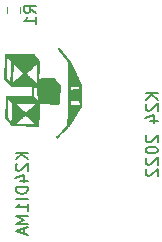
<source format=gbr>
%TF.GenerationSoftware,KiCad,Pcbnew,(5.1.10)-1*%
%TF.CreationDate,2023-09-26T12:08:48+02:00*%
%TF.ProjectId,arm_20-6pin_K24DI1MA,61726d5f-3230-42d3-9670-696e5f4b3234,rev?*%
%TF.SameCoordinates,Original*%
%TF.FileFunction,Legend,Bot*%
%TF.FilePolarity,Positive*%
%FSLAX46Y46*%
G04 Gerber Fmt 4.6, Leading zero omitted, Abs format (unit mm)*
G04 Created by KiCad (PCBNEW (5.1.10)-1) date 2023-09-26 12:08:48*
%MOMM*%
%LPD*%
G01*
G04 APERTURE LIST*
%ADD10C,0.150000*%
%ADD11C,0.010000*%
%ADD12C,0.120000*%
G04 APERTURE END LIST*
D10*
X158952380Y-69500000D02*
X157952380Y-69500000D01*
X158952380Y-70071428D02*
X158380952Y-69642857D01*
X157952380Y-70071428D02*
X158523809Y-69500000D01*
X158047619Y-70452380D02*
X158000000Y-70500000D01*
X157952380Y-70595238D01*
X157952380Y-70833333D01*
X158000000Y-70928571D01*
X158047619Y-70976190D01*
X158142857Y-71023809D01*
X158238095Y-71023809D01*
X158380952Y-70976190D01*
X158952380Y-70404761D01*
X158952380Y-71023809D01*
X158285714Y-71880952D02*
X158952380Y-71880952D01*
X157904761Y-71642857D02*
X158619047Y-71404761D01*
X158619047Y-72023809D01*
X158047619Y-73119047D02*
X158000000Y-73166666D01*
X157952380Y-73261904D01*
X157952380Y-73500000D01*
X158000000Y-73595238D01*
X158047619Y-73642857D01*
X158142857Y-73690476D01*
X158238095Y-73690476D01*
X158380952Y-73642857D01*
X158952380Y-73071428D01*
X158952380Y-73690476D01*
X157952380Y-74309523D02*
X157952380Y-74404761D01*
X158000000Y-74500000D01*
X158047619Y-74547619D01*
X158142857Y-74595238D01*
X158333333Y-74642857D01*
X158571428Y-74642857D01*
X158761904Y-74595238D01*
X158857142Y-74547619D01*
X158904761Y-74500000D01*
X158952380Y-74404761D01*
X158952380Y-74309523D01*
X158904761Y-74214285D01*
X158857142Y-74166666D01*
X158761904Y-74119047D01*
X158571428Y-74071428D01*
X158333333Y-74071428D01*
X158142857Y-74119047D01*
X158047619Y-74166666D01*
X158000000Y-74214285D01*
X157952380Y-74309523D01*
X158047619Y-75023809D02*
X158000000Y-75071428D01*
X157952380Y-75166666D01*
X157952380Y-75404761D01*
X158000000Y-75500000D01*
X158047619Y-75547619D01*
X158142857Y-75595238D01*
X158238095Y-75595238D01*
X158380952Y-75547619D01*
X158952380Y-74976190D01*
X158952380Y-75595238D01*
X158047619Y-75976190D02*
X158000000Y-76023809D01*
X157952380Y-76119047D01*
X157952380Y-76357142D01*
X158000000Y-76452380D01*
X158047619Y-76500000D01*
X158142857Y-76547619D01*
X158238095Y-76547619D01*
X158380952Y-76500000D01*
X158952380Y-75928571D01*
X158952380Y-76547619D01*
X147952380Y-74571428D02*
X146952380Y-74571428D01*
X147952380Y-75142857D02*
X147380952Y-74714285D01*
X146952380Y-75142857D02*
X147523809Y-74571428D01*
X147047619Y-75523809D02*
X147000000Y-75571428D01*
X146952380Y-75666666D01*
X146952380Y-75904761D01*
X147000000Y-76000000D01*
X147047619Y-76047619D01*
X147142857Y-76095238D01*
X147238095Y-76095238D01*
X147380952Y-76047619D01*
X147952380Y-75476190D01*
X147952380Y-76095238D01*
X147285714Y-76952380D02*
X147952380Y-76952380D01*
X146904761Y-76714285D02*
X147619047Y-76476190D01*
X147619047Y-77095238D01*
X147952380Y-77476190D02*
X146952380Y-77476190D01*
X146952380Y-77714285D01*
X147000000Y-77857142D01*
X147095238Y-77952380D01*
X147190476Y-78000000D01*
X147380952Y-78047619D01*
X147523809Y-78047619D01*
X147714285Y-78000000D01*
X147809523Y-77952380D01*
X147904761Y-77857142D01*
X147952380Y-77714285D01*
X147952380Y-77476190D01*
X147952380Y-78476190D02*
X146952380Y-78476190D01*
X147952380Y-79476190D02*
X147952380Y-78904761D01*
X147952380Y-79190476D02*
X146952380Y-79190476D01*
X147095238Y-79095238D01*
X147190476Y-79000000D01*
X147238095Y-78904761D01*
X147952380Y-79904761D02*
X146952380Y-79904761D01*
X147666666Y-80238095D01*
X146952380Y-80571428D01*
X147952380Y-80571428D01*
X147666666Y-81000000D02*
X147666666Y-81476190D01*
X147952380Y-80904761D02*
X146952380Y-81238095D01*
X147952380Y-81571428D01*
D11*
%TO.C,G\u002A\u002A\u002A*%
G36*
X150369800Y-73287547D02*
G01*
X150393778Y-73295059D01*
X150410178Y-73284731D01*
X150444849Y-73255410D01*
X150495297Y-73209584D01*
X150559023Y-73149747D01*
X150633531Y-73078388D01*
X150716325Y-72997999D01*
X150804907Y-72911070D01*
X150896782Y-72820092D01*
X150989453Y-72727557D01*
X151080423Y-72635956D01*
X151167195Y-72547778D01*
X151247273Y-72465516D01*
X151318160Y-72391661D01*
X151377360Y-72328702D01*
X151422375Y-72279132D01*
X151450710Y-72245441D01*
X151459704Y-72231551D01*
X151476832Y-72196186D01*
X151503734Y-72157238D01*
X151505868Y-72154648D01*
X151529192Y-72122892D01*
X151540867Y-72099444D01*
X151541176Y-72097040D01*
X151550076Y-72076531D01*
X151572112Y-72045131D01*
X151578529Y-72037275D01*
X151602766Y-72003911D01*
X151615375Y-71977651D01*
X151615882Y-71973934D01*
X151626085Y-71950471D01*
X151645765Y-71927941D01*
X151668178Y-71901516D01*
X151675647Y-71882856D01*
X151684351Y-71861252D01*
X151706428Y-71826995D01*
X151720471Y-71808412D01*
X151746997Y-71771058D01*
X151763078Y-71740749D01*
X151765294Y-71731651D01*
X151775026Y-71705932D01*
X151791441Y-71684686D01*
X151814945Y-71653581D01*
X151839394Y-71610983D01*
X151843494Y-71602509D01*
X151862787Y-71567761D01*
X151879551Y-71548387D01*
X151883395Y-71546941D01*
X151896148Y-71534088D01*
X151906895Y-71503667D01*
X151924469Y-71461644D01*
X151946669Y-71433000D01*
X151975289Y-71399301D01*
X151998917Y-71360480D01*
X152057035Y-71252685D01*
X152105707Y-71181600D01*
X152127822Y-71149754D01*
X152138615Y-71126888D01*
X152138824Y-71124995D01*
X152147702Y-71105082D01*
X152169691Y-71074026D01*
X152176176Y-71066099D01*
X152200414Y-71032735D01*
X152213022Y-71006475D01*
X152213529Y-71002758D01*
X152223723Y-70979045D01*
X152242068Y-70957981D01*
X152268087Y-70922981D01*
X152280453Y-70892922D01*
X152298665Y-70854402D01*
X152326620Y-70820029D01*
X152351995Y-70788528D01*
X152362932Y-70759117D01*
X152362941Y-70758467D01*
X152373602Y-70729728D01*
X152399345Y-70698922D01*
X152400294Y-70698087D01*
X152437647Y-70665609D01*
X152437647Y-68728864D01*
X152400294Y-68678235D01*
X152376690Y-68640589D01*
X152363770Y-68608990D01*
X152362941Y-68602642D01*
X152354137Y-68574100D01*
X152332845Y-68539431D01*
X152331790Y-68538074D01*
X152306278Y-68495610D01*
X152286496Y-68446097D01*
X152285534Y-68442677D01*
X152268383Y-68397265D01*
X152246460Y-68360139D01*
X152243826Y-68357000D01*
X152222895Y-68321603D01*
X152208197Y-68276232D01*
X152207613Y-68273139D01*
X152193464Y-68229457D01*
X152171943Y-68195694D01*
X152169893Y-68193722D01*
X152147197Y-68161026D01*
X152132540Y-68119016D01*
X152117738Y-68076610D01*
X152095508Y-68044600D01*
X152074619Y-68013247D01*
X152059860Y-67969380D01*
X152058673Y-67962893D01*
X152045233Y-67918376D01*
X152031981Y-67896481D01*
X152031981Y-68901435D01*
X152119512Y-68901915D01*
X152196796Y-68902917D01*
X152258820Y-68904459D01*
X152300570Y-68906554D01*
X152316739Y-68908972D01*
X152324233Y-68927758D01*
X152329466Y-68967858D01*
X152332372Y-69020838D01*
X152332886Y-69078263D01*
X152330941Y-69131697D01*
X152326473Y-69172706D01*
X152319416Y-69192855D01*
X152318946Y-69193194D01*
X152300275Y-69196275D01*
X152256518Y-69199743D01*
X152192465Y-69203334D01*
X152112906Y-69206784D01*
X152022630Y-69209830D01*
X152009616Y-69210203D01*
X151893077Y-69214221D01*
X151803675Y-69219077D01*
X151752868Y-69223716D01*
X151752868Y-70099048D01*
X151853792Y-70099716D01*
X151965242Y-70101121D01*
X152325588Y-70105118D01*
X152333789Y-70284412D01*
X152337221Y-70355493D01*
X152340483Y-70416029D01*
X152343203Y-70459556D01*
X152344995Y-70479527D01*
X152339168Y-70503306D01*
X152329324Y-70519195D01*
X152319873Y-70526713D01*
X152302338Y-70532686D01*
X152273263Y-70537376D01*
X152229193Y-70541045D01*
X152166672Y-70543955D01*
X152082246Y-70546366D01*
X151972458Y-70548541D01*
X151932947Y-70549205D01*
X151810453Y-70550867D01*
X151714880Y-70551323D01*
X151643287Y-70550477D01*
X151592733Y-70548232D01*
X151560279Y-70544493D01*
X151542983Y-70539164D01*
X151539474Y-70536361D01*
X151532646Y-70512190D01*
X151528674Y-70461753D01*
X151527746Y-70388549D01*
X151528704Y-70336031D01*
X151530293Y-70266559D01*
X151532947Y-70211963D01*
X151539909Y-70170498D01*
X151554424Y-70140418D01*
X151579733Y-70119979D01*
X151619082Y-70107434D01*
X151675712Y-70101039D01*
X151752868Y-70099048D01*
X151752868Y-69223716D01*
X151738673Y-69225013D01*
X151695332Y-69232268D01*
X151673352Y-69239716D01*
X151617329Y-69259082D01*
X151573868Y-69253613D01*
X151559106Y-69243012D01*
X151551794Y-69221696D01*
X151546240Y-69179192D01*
X151542572Y-69123228D01*
X151540918Y-69061530D01*
X151541406Y-69001825D01*
X151544166Y-68951839D01*
X151549327Y-68919298D01*
X151553587Y-68911387D01*
X151572438Y-68908651D01*
X151616143Y-68906326D01*
X151679688Y-68904429D01*
X151758059Y-68902976D01*
X151846241Y-68901982D01*
X151939220Y-68901463D01*
X152031981Y-68901435D01*
X152031981Y-67896481D01*
X152024183Y-67883596D01*
X152021000Y-67880426D01*
X151997909Y-67847345D01*
X151983129Y-67805251D01*
X151968326Y-67762845D01*
X151946096Y-67730835D01*
X151925207Y-67699482D01*
X151910448Y-67655615D01*
X151909262Y-67649128D01*
X151895379Y-67604131D01*
X151873310Y-67568484D01*
X151870109Y-67565323D01*
X151847134Y-67532484D01*
X151840000Y-67504184D01*
X151830631Y-67470662D01*
X151807590Y-67432073D01*
X151802647Y-67425901D01*
X151778129Y-67389706D01*
X151765682Y-67357522D01*
X151765294Y-67352952D01*
X151756752Y-67323250D01*
X151735493Y-67284591D01*
X151727941Y-67273765D01*
X151704129Y-67234035D01*
X151691304Y-67198121D01*
X151690588Y-67190867D01*
X151680775Y-67158536D01*
X151656793Y-67122280D01*
X151653235Y-67118294D01*
X151627973Y-67081645D01*
X151616027Y-67045833D01*
X151615882Y-67042553D01*
X151606473Y-67007919D01*
X151583346Y-66968745D01*
X151578529Y-66962725D01*
X151553997Y-66926379D01*
X151541559Y-66893882D01*
X151541176Y-66889278D01*
X151532643Y-66860878D01*
X151511534Y-66823471D01*
X151484589Y-66786520D01*
X151458547Y-66759489D01*
X151442965Y-66751368D01*
X151425538Y-66739452D01*
X151394049Y-66706759D01*
X151351674Y-66656922D01*
X151301589Y-66593574D01*
X151279203Y-66564059D01*
X151252497Y-66529094D01*
X151214383Y-66479974D01*
X151172064Y-66425923D01*
X151132746Y-66376163D01*
X151118576Y-66358409D01*
X151084644Y-66318989D01*
X151051853Y-66284744D01*
X151028159Y-66257719D01*
X151018236Y-66238030D01*
X151018235Y-66237966D01*
X151008699Y-66217811D01*
X150987469Y-66192102D01*
X150960681Y-66162183D01*
X150925783Y-66120031D01*
X150904781Y-66093412D01*
X150853730Y-66027786D01*
X150816125Y-65980813D01*
X150787551Y-65947190D01*
X150763591Y-65921614D01*
X150753029Y-65911215D01*
X150729079Y-65883630D01*
X150718775Y-65862864D01*
X150709207Y-65843689D01*
X150685142Y-65810749D01*
X150660942Y-65781762D01*
X150614655Y-65738991D01*
X150575691Y-65724908D01*
X150543322Y-65739423D01*
X150525055Y-65764933D01*
X150519182Y-65780402D01*
X150521456Y-65796801D01*
X150534984Y-65819080D01*
X150562870Y-65852187D01*
X150608220Y-65901070D01*
X150614972Y-65908219D01*
X150636466Y-65934155D01*
X150644706Y-65949962D01*
X150653736Y-65965224D01*
X150678433Y-65998838D01*
X150715210Y-66046303D01*
X150760480Y-66103119D01*
X150810655Y-66164787D01*
X150862148Y-66226807D01*
X150911371Y-66284677D01*
X150913647Y-66287311D01*
X150940628Y-66320176D01*
X150978002Y-66367815D01*
X151018482Y-66420913D01*
X151025706Y-66430559D01*
X151065912Y-66483387D01*
X151104369Y-66532179D01*
X151133818Y-66567756D01*
X151137765Y-66572229D01*
X151197156Y-66640221D01*
X151250730Y-66704924D01*
X151276485Y-66737911D01*
X151302589Y-66772392D01*
X151335239Y-66815391D01*
X151345133Y-66828397D01*
X151387119Y-66883558D01*
X151395528Y-67831071D01*
X151397464Y-68079132D01*
X151398902Y-68328305D01*
X151399858Y-68576715D01*
X151400346Y-68822486D01*
X151400384Y-69063743D01*
X151399987Y-69298613D01*
X151399172Y-69525218D01*
X151397953Y-69741686D01*
X151396347Y-69946140D01*
X151394370Y-70136706D01*
X151392038Y-70311508D01*
X151389367Y-70468673D01*
X151386372Y-70606324D01*
X151383070Y-70722587D01*
X151379476Y-70815587D01*
X151375606Y-70883449D01*
X151371477Y-70924298D01*
X151369189Y-70934353D01*
X151360704Y-70970366D01*
X151352429Y-71032532D01*
X151344564Y-71117121D01*
X151337304Y-71220401D01*
X151330848Y-71338645D01*
X151325393Y-71468120D01*
X151321136Y-71605098D01*
X151318276Y-71745849D01*
X151317008Y-71886643D01*
X151316964Y-71920783D01*
X151317059Y-72242331D01*
X150838933Y-72719598D01*
X150740130Y-72818586D01*
X150647878Y-72911707D01*
X150564343Y-72996727D01*
X150491688Y-73071410D01*
X150432076Y-73133522D01*
X150387674Y-73180827D01*
X150360643Y-73211090D01*
X150353006Y-73221445D01*
X150351568Y-73260093D01*
X150369800Y-73287547D01*
G37*
X150369800Y-73287547D02*
X150393778Y-73295059D01*
X150410178Y-73284731D01*
X150444849Y-73255410D01*
X150495297Y-73209584D01*
X150559023Y-73149747D01*
X150633531Y-73078388D01*
X150716325Y-72997999D01*
X150804907Y-72911070D01*
X150896782Y-72820092D01*
X150989453Y-72727557D01*
X151080423Y-72635956D01*
X151167195Y-72547778D01*
X151247273Y-72465516D01*
X151318160Y-72391661D01*
X151377360Y-72328702D01*
X151422375Y-72279132D01*
X151450710Y-72245441D01*
X151459704Y-72231551D01*
X151476832Y-72196186D01*
X151503734Y-72157238D01*
X151505868Y-72154648D01*
X151529192Y-72122892D01*
X151540867Y-72099444D01*
X151541176Y-72097040D01*
X151550076Y-72076531D01*
X151572112Y-72045131D01*
X151578529Y-72037275D01*
X151602766Y-72003911D01*
X151615375Y-71977651D01*
X151615882Y-71973934D01*
X151626085Y-71950471D01*
X151645765Y-71927941D01*
X151668178Y-71901516D01*
X151675647Y-71882856D01*
X151684351Y-71861252D01*
X151706428Y-71826995D01*
X151720471Y-71808412D01*
X151746997Y-71771058D01*
X151763078Y-71740749D01*
X151765294Y-71731651D01*
X151775026Y-71705932D01*
X151791441Y-71684686D01*
X151814945Y-71653581D01*
X151839394Y-71610983D01*
X151843494Y-71602509D01*
X151862787Y-71567761D01*
X151879551Y-71548387D01*
X151883395Y-71546941D01*
X151896148Y-71534088D01*
X151906895Y-71503667D01*
X151924469Y-71461644D01*
X151946669Y-71433000D01*
X151975289Y-71399301D01*
X151998917Y-71360480D01*
X152057035Y-71252685D01*
X152105707Y-71181600D01*
X152127822Y-71149754D01*
X152138615Y-71126888D01*
X152138824Y-71124995D01*
X152147702Y-71105082D01*
X152169691Y-71074026D01*
X152176176Y-71066099D01*
X152200414Y-71032735D01*
X152213022Y-71006475D01*
X152213529Y-71002758D01*
X152223723Y-70979045D01*
X152242068Y-70957981D01*
X152268087Y-70922981D01*
X152280453Y-70892922D01*
X152298665Y-70854402D01*
X152326620Y-70820029D01*
X152351995Y-70788528D01*
X152362932Y-70759117D01*
X152362941Y-70758467D01*
X152373602Y-70729728D01*
X152399345Y-70698922D01*
X152400294Y-70698087D01*
X152437647Y-70665609D01*
X152437647Y-68728864D01*
X152400294Y-68678235D01*
X152376690Y-68640589D01*
X152363770Y-68608990D01*
X152362941Y-68602642D01*
X152354137Y-68574100D01*
X152332845Y-68539431D01*
X152331790Y-68538074D01*
X152306278Y-68495610D01*
X152286496Y-68446097D01*
X152285534Y-68442677D01*
X152268383Y-68397265D01*
X152246460Y-68360139D01*
X152243826Y-68357000D01*
X152222895Y-68321603D01*
X152208197Y-68276232D01*
X152207613Y-68273139D01*
X152193464Y-68229457D01*
X152171943Y-68195694D01*
X152169893Y-68193722D01*
X152147197Y-68161026D01*
X152132540Y-68119016D01*
X152117738Y-68076610D01*
X152095508Y-68044600D01*
X152074619Y-68013247D01*
X152059860Y-67969380D01*
X152058673Y-67962893D01*
X152045233Y-67918376D01*
X152031981Y-67896481D01*
X152031981Y-68901435D01*
X152119512Y-68901915D01*
X152196796Y-68902917D01*
X152258820Y-68904459D01*
X152300570Y-68906554D01*
X152316739Y-68908972D01*
X152324233Y-68927758D01*
X152329466Y-68967858D01*
X152332372Y-69020838D01*
X152332886Y-69078263D01*
X152330941Y-69131697D01*
X152326473Y-69172706D01*
X152319416Y-69192855D01*
X152318946Y-69193194D01*
X152300275Y-69196275D01*
X152256518Y-69199743D01*
X152192465Y-69203334D01*
X152112906Y-69206784D01*
X152022630Y-69209830D01*
X152009616Y-69210203D01*
X151893077Y-69214221D01*
X151803675Y-69219077D01*
X151752868Y-69223716D01*
X151752868Y-70099048D01*
X151853792Y-70099716D01*
X151965242Y-70101121D01*
X152325588Y-70105118D01*
X152333789Y-70284412D01*
X152337221Y-70355493D01*
X152340483Y-70416029D01*
X152343203Y-70459556D01*
X152344995Y-70479527D01*
X152339168Y-70503306D01*
X152329324Y-70519195D01*
X152319873Y-70526713D01*
X152302338Y-70532686D01*
X152273263Y-70537376D01*
X152229193Y-70541045D01*
X152166672Y-70543955D01*
X152082246Y-70546366D01*
X151972458Y-70548541D01*
X151932947Y-70549205D01*
X151810453Y-70550867D01*
X151714880Y-70551323D01*
X151643287Y-70550477D01*
X151592733Y-70548232D01*
X151560279Y-70544493D01*
X151542983Y-70539164D01*
X151539474Y-70536361D01*
X151532646Y-70512190D01*
X151528674Y-70461753D01*
X151527746Y-70388549D01*
X151528704Y-70336031D01*
X151530293Y-70266559D01*
X151532947Y-70211963D01*
X151539909Y-70170498D01*
X151554424Y-70140418D01*
X151579733Y-70119979D01*
X151619082Y-70107434D01*
X151675712Y-70101039D01*
X151752868Y-70099048D01*
X151752868Y-69223716D01*
X151738673Y-69225013D01*
X151695332Y-69232268D01*
X151673352Y-69239716D01*
X151617329Y-69259082D01*
X151573868Y-69253613D01*
X151559106Y-69243012D01*
X151551794Y-69221696D01*
X151546240Y-69179192D01*
X151542572Y-69123228D01*
X151540918Y-69061530D01*
X151541406Y-69001825D01*
X151544166Y-68951839D01*
X151549327Y-68919298D01*
X151553587Y-68911387D01*
X151572438Y-68908651D01*
X151616143Y-68906326D01*
X151679688Y-68904429D01*
X151758059Y-68902976D01*
X151846241Y-68901982D01*
X151939220Y-68901463D01*
X152031981Y-68901435D01*
X152031981Y-67896481D01*
X152024183Y-67883596D01*
X152021000Y-67880426D01*
X151997909Y-67847345D01*
X151983129Y-67805251D01*
X151968326Y-67762845D01*
X151946096Y-67730835D01*
X151925207Y-67699482D01*
X151910448Y-67655615D01*
X151909262Y-67649128D01*
X151895379Y-67604131D01*
X151873310Y-67568484D01*
X151870109Y-67565323D01*
X151847134Y-67532484D01*
X151840000Y-67504184D01*
X151830631Y-67470662D01*
X151807590Y-67432073D01*
X151802647Y-67425901D01*
X151778129Y-67389706D01*
X151765682Y-67357522D01*
X151765294Y-67352952D01*
X151756752Y-67323250D01*
X151735493Y-67284591D01*
X151727941Y-67273765D01*
X151704129Y-67234035D01*
X151691304Y-67198121D01*
X151690588Y-67190867D01*
X151680775Y-67158536D01*
X151656793Y-67122280D01*
X151653235Y-67118294D01*
X151627973Y-67081645D01*
X151616027Y-67045833D01*
X151615882Y-67042553D01*
X151606473Y-67007919D01*
X151583346Y-66968745D01*
X151578529Y-66962725D01*
X151553997Y-66926379D01*
X151541559Y-66893882D01*
X151541176Y-66889278D01*
X151532643Y-66860878D01*
X151511534Y-66823471D01*
X151484589Y-66786520D01*
X151458547Y-66759489D01*
X151442965Y-66751368D01*
X151425538Y-66739452D01*
X151394049Y-66706759D01*
X151351674Y-66656922D01*
X151301589Y-66593574D01*
X151279203Y-66564059D01*
X151252497Y-66529094D01*
X151214383Y-66479974D01*
X151172064Y-66425923D01*
X151132746Y-66376163D01*
X151118576Y-66358409D01*
X151084644Y-66318989D01*
X151051853Y-66284744D01*
X151028159Y-66257719D01*
X151018236Y-66238030D01*
X151018235Y-66237966D01*
X151008699Y-66217811D01*
X150987469Y-66192102D01*
X150960681Y-66162183D01*
X150925783Y-66120031D01*
X150904781Y-66093412D01*
X150853730Y-66027786D01*
X150816125Y-65980813D01*
X150787551Y-65947190D01*
X150763591Y-65921614D01*
X150753029Y-65911215D01*
X150729079Y-65883630D01*
X150718775Y-65862864D01*
X150709207Y-65843689D01*
X150685142Y-65810749D01*
X150660942Y-65781762D01*
X150614655Y-65738991D01*
X150575691Y-65724908D01*
X150543322Y-65739423D01*
X150525055Y-65764933D01*
X150519182Y-65780402D01*
X150521456Y-65796801D01*
X150534984Y-65819080D01*
X150562870Y-65852187D01*
X150608220Y-65901070D01*
X150614972Y-65908219D01*
X150636466Y-65934155D01*
X150644706Y-65949962D01*
X150653736Y-65965224D01*
X150678433Y-65998838D01*
X150715210Y-66046303D01*
X150760480Y-66103119D01*
X150810655Y-66164787D01*
X150862148Y-66226807D01*
X150911371Y-66284677D01*
X150913647Y-66287311D01*
X150940628Y-66320176D01*
X150978002Y-66367815D01*
X151018482Y-66420913D01*
X151025706Y-66430559D01*
X151065912Y-66483387D01*
X151104369Y-66532179D01*
X151133818Y-66567756D01*
X151137765Y-66572229D01*
X151197156Y-66640221D01*
X151250730Y-66704924D01*
X151276485Y-66737911D01*
X151302589Y-66772392D01*
X151335239Y-66815391D01*
X151345133Y-66828397D01*
X151387119Y-66883558D01*
X151395528Y-67831071D01*
X151397464Y-68079132D01*
X151398902Y-68328305D01*
X151399858Y-68576715D01*
X151400346Y-68822486D01*
X151400384Y-69063743D01*
X151399987Y-69298613D01*
X151399172Y-69525218D01*
X151397953Y-69741686D01*
X151396347Y-69946140D01*
X151394370Y-70136706D01*
X151392038Y-70311508D01*
X151389367Y-70468673D01*
X151386372Y-70606324D01*
X151383070Y-70722587D01*
X151379476Y-70815587D01*
X151375606Y-70883449D01*
X151371477Y-70924298D01*
X151369189Y-70934353D01*
X151360704Y-70970366D01*
X151352429Y-71032532D01*
X151344564Y-71117121D01*
X151337304Y-71220401D01*
X151330848Y-71338645D01*
X151325393Y-71468120D01*
X151321136Y-71605098D01*
X151318276Y-71745849D01*
X151317008Y-71886643D01*
X151316964Y-71920783D01*
X151317059Y-72242331D01*
X150838933Y-72719598D01*
X150740130Y-72818586D01*
X150647878Y-72911707D01*
X150564343Y-72996727D01*
X150491688Y-73071410D01*
X150432076Y-73133522D01*
X150387674Y-73180827D01*
X150360643Y-73211090D01*
X150353006Y-73221445D01*
X150351568Y-73260093D01*
X150369800Y-73287547D01*
G36*
X146041183Y-68399999D02*
G01*
X146096298Y-68463776D01*
X146156342Y-68531368D01*
X146211490Y-68591776D01*
X146231683Y-68613257D01*
X146287308Y-68671883D01*
X146349991Y-68738301D01*
X146406436Y-68798423D01*
X146407932Y-68800022D01*
X146496628Y-68894882D01*
X146684343Y-68906273D01*
X146781101Y-68911628D01*
X146902435Y-68917518D01*
X147043049Y-68923739D01*
X147197647Y-68930084D01*
X147360933Y-68936350D01*
X147527610Y-68942331D01*
X147692381Y-68947821D01*
X147849951Y-68952615D01*
X147954787Y-68955491D01*
X148062963Y-68959015D01*
X148154307Y-68963435D01*
X148225555Y-68968519D01*
X148273444Y-68974034D01*
X148294698Y-68979738D01*
X148301237Y-68999780D01*
X148306553Y-69044751D01*
X148310656Y-69109723D01*
X148313553Y-69189768D01*
X148315252Y-69279957D01*
X148315760Y-69375363D01*
X148315086Y-69471057D01*
X148313238Y-69562111D01*
X148310223Y-69643597D01*
X148306048Y-69710587D01*
X148300723Y-69758152D01*
X148294254Y-69781365D01*
X148293426Y-69782259D01*
X148280261Y-69785793D01*
X148249109Y-69788726D01*
X148198607Y-69791071D01*
X148127395Y-69792844D01*
X148034111Y-69794056D01*
X147917395Y-69794722D01*
X147775884Y-69794855D01*
X147760166Y-69794819D01*
X147760166Y-70394998D01*
X147772843Y-70395004D01*
X147928803Y-70395235D01*
X148075883Y-70395750D01*
X148211354Y-70396518D01*
X148332491Y-70397511D01*
X148436564Y-70398699D01*
X148520848Y-70400052D01*
X148582615Y-70401540D01*
X148619138Y-70403134D01*
X148628225Y-70404299D01*
X148641990Y-70424368D01*
X148630506Y-70453319D01*
X148592970Y-70492695D01*
X148573574Y-70509187D01*
X148498703Y-70572244D01*
X148427588Y-70636357D01*
X148395533Y-70666470D01*
X148369034Y-70687651D01*
X148352282Y-70695294D01*
X148333222Y-70704704D01*
X148307984Y-70725573D01*
X148282569Y-70748529D01*
X148241252Y-70784267D01*
X148191221Y-70826603D01*
X148168060Y-70845927D01*
X148097055Y-70905443D01*
X148040407Y-70954435D01*
X147989020Y-71000898D01*
X147947298Y-71039999D01*
X147920946Y-71061168D01*
X147904447Y-71068824D01*
X147886612Y-71077908D01*
X147856056Y-71100843D01*
X147840953Y-71113647D01*
X147792092Y-71148108D01*
X147746332Y-71159443D01*
X147740197Y-71157834D01*
X147740197Y-71371020D01*
X147779388Y-71388296D01*
X147828866Y-71429705D01*
X147833945Y-71434590D01*
X147895343Y-71493627D01*
X147967756Y-71562475D01*
X148047272Y-71637491D01*
X148129977Y-71715031D01*
X148211961Y-71791453D01*
X148289309Y-71863113D01*
X148358111Y-71926368D01*
X148414454Y-71977575D01*
X148454425Y-72013090D01*
X148463774Y-72021098D01*
X148489277Y-72042101D01*
X148525295Y-72071279D01*
X148535044Y-72079112D01*
X148571854Y-72118143D01*
X148579867Y-72150307D01*
X148578004Y-72159361D01*
X148573154Y-72166452D01*
X148562107Y-72171768D01*
X148541651Y-72175496D01*
X148508573Y-72177823D01*
X148459662Y-72178938D01*
X148391707Y-72179026D01*
X148301496Y-72178275D01*
X148185818Y-72176873D01*
X148135394Y-72176219D01*
X147998877Y-72174105D01*
X147889247Y-72171579D01*
X147803507Y-72168475D01*
X147738663Y-72164626D01*
X147691719Y-72159868D01*
X147659679Y-72154033D01*
X147643942Y-72148983D01*
X147620039Y-72141674D01*
X147585753Y-72136332D01*
X147537273Y-72132783D01*
X147470790Y-72130856D01*
X147382493Y-72130377D01*
X147268571Y-72131175D01*
X147254001Y-72131337D01*
X147155729Y-72131978D01*
X147067071Y-72131639D01*
X146992534Y-72130413D01*
X146936621Y-72128391D01*
X146903838Y-72125665D01*
X146897541Y-72124074D01*
X146880121Y-72099590D01*
X146889735Y-72065834D01*
X146925628Y-72024522D01*
X146950500Y-72003653D01*
X147002454Y-71961809D01*
X147060679Y-71912922D01*
X147096176Y-71882045D01*
X147144944Y-71840021D01*
X147205540Y-71789586D01*
X147266124Y-71740573D01*
X147275471Y-71733168D01*
X147355203Y-71669067D01*
X147431413Y-71605665D01*
X147498574Y-71547698D01*
X147551161Y-71499905D01*
X147575455Y-71475971D01*
X147602349Y-71452249D01*
X147621935Y-71442353D01*
X147621962Y-71442353D01*
X147641060Y-71432389D01*
X147668458Y-71408092D01*
X147671412Y-71405000D01*
X147705978Y-71376911D01*
X147740197Y-71371020D01*
X147740197Y-71157834D01*
X147698507Y-71146899D01*
X147643449Y-71109726D01*
X147609834Y-71080029D01*
X147561588Y-71035329D01*
X147500643Y-70979403D01*
X147436539Y-70920989D01*
X147401803Y-70889529D01*
X147340313Y-70833691D01*
X147276575Y-70775307D01*
X147220088Y-70723099D01*
X147194420Y-70699113D01*
X147153365Y-70661727D01*
X147120440Y-70634013D01*
X147101735Y-70621049D01*
X147100292Y-70620672D01*
X147085423Y-70610851D01*
X147054992Y-70584698D01*
X147014519Y-70547057D01*
X146996571Y-70529689D01*
X146949787Y-70481773D01*
X146923493Y-70448808D01*
X146914979Y-70426910D01*
X146917749Y-70416688D01*
X146923977Y-70411899D01*
X146937562Y-70407843D01*
X146960742Y-70404464D01*
X146995756Y-70401706D01*
X147044840Y-70399511D01*
X147110233Y-70397823D01*
X147194174Y-70396585D01*
X147298899Y-70395740D01*
X147426647Y-70395232D01*
X147579657Y-70395004D01*
X147760166Y-70394998D01*
X147760166Y-69794819D01*
X147608217Y-69794469D01*
X147413034Y-69793577D01*
X147251279Y-69792606D01*
X147077676Y-69791427D01*
X146911710Y-69790198D01*
X146755983Y-69788945D01*
X146613097Y-69787694D01*
X146485655Y-69786471D01*
X146376259Y-69785300D01*
X146287510Y-69784208D01*
X146254054Y-69783704D01*
X146254054Y-70025153D01*
X146278900Y-70025605D01*
X146314243Y-70049340D01*
X146355332Y-70087544D01*
X146397349Y-70128851D01*
X146451738Y-70181969D01*
X146509354Y-70237978D01*
X146533760Y-70261614D01*
X146583892Y-70311140D01*
X146615338Y-70345847D01*
X146631628Y-70370905D01*
X146636294Y-70391482D01*
X146633989Y-70408350D01*
X146631648Y-70431485D01*
X146628897Y-70481217D01*
X146625846Y-70554266D01*
X146622603Y-70647352D01*
X146619277Y-70757196D01*
X146615978Y-70880515D01*
X146612815Y-71014031D01*
X146610947Y-71101588D01*
X146607040Y-71278218D01*
X146603097Y-71426303D01*
X146599057Y-71547182D01*
X146594857Y-71642194D01*
X146590436Y-71712677D01*
X146585733Y-71759968D01*
X146580686Y-71785407D01*
X146579391Y-71788456D01*
X146567113Y-71827564D01*
X146563105Y-71873938D01*
X146563112Y-71874119D01*
X146559933Y-71915012D01*
X146549580Y-71944291D01*
X146548638Y-71945516D01*
X146517520Y-71963938D01*
X146483511Y-71957422D01*
X146459331Y-71931676D01*
X146434040Y-71896974D01*
X146413982Y-71878535D01*
X146391910Y-71854141D01*
X146386471Y-71837447D01*
X146379438Y-71818095D01*
X146373913Y-71815882D01*
X146359691Y-71805098D01*
X146331156Y-71775964D01*
X146292855Y-71733307D01*
X146261158Y-71696183D01*
X146160962Y-71576484D01*
X146168714Y-71184448D01*
X146174178Y-70964381D01*
X146181812Y-70758721D01*
X146192198Y-70555619D01*
X146205919Y-70343226D01*
X146218027Y-70179973D01*
X146226065Y-70100689D01*
X146237258Y-70049632D01*
X146254054Y-70025153D01*
X146254054Y-69783704D01*
X146222013Y-69783220D01*
X146182368Y-69782363D01*
X146172542Y-69781957D01*
X146124408Y-69785084D01*
X146101800Y-69799587D01*
X146098494Y-69819327D01*
X146095469Y-69865363D01*
X146092821Y-69934107D01*
X146090645Y-70021973D01*
X146089036Y-70125375D01*
X146088090Y-70240725D01*
X146087876Y-70322175D01*
X146087575Y-70464570D01*
X146086744Y-70579833D01*
X146085278Y-70670715D01*
X146083070Y-70739965D01*
X146080014Y-70790331D01*
X146076003Y-70824563D01*
X146070931Y-70845409D01*
X146067367Y-70852587D01*
X146060025Y-70872248D01*
X146053744Y-70909867D01*
X146048317Y-70968029D01*
X146043539Y-71049318D01*
X146039201Y-71156318D01*
X146036665Y-71235910D01*
X146026243Y-71589761D01*
X146068377Y-71646792D01*
X146102095Y-71689644D01*
X146145370Y-71741017D01*
X146177520Y-71777269D01*
X146220147Y-71824084D01*
X146261476Y-71869621D01*
X146286041Y-71896799D01*
X146317745Y-71931957D01*
X146343819Y-71960814D01*
X146347878Y-71965294D01*
X146377629Y-71999861D01*
X146418825Y-72049915D01*
X146464826Y-72107155D01*
X146508995Y-72163278D01*
X146544692Y-72209983D01*
X146556972Y-72226765D01*
X146562087Y-72232867D01*
X146569572Y-72238118D01*
X146581660Y-72242618D01*
X146600587Y-72246464D01*
X146628587Y-72249755D01*
X146667895Y-72252589D01*
X146720746Y-72255064D01*
X146789373Y-72257280D01*
X146876011Y-72259334D01*
X146982896Y-72261325D01*
X147112262Y-72263352D01*
X147266343Y-72265511D01*
X147447374Y-72267903D01*
X147509576Y-72268710D01*
X147704828Y-72271337D01*
X147872288Y-72273828D01*
X148014048Y-72276258D01*
X148132199Y-72278698D01*
X148228830Y-72281223D01*
X148306032Y-72283903D01*
X148365897Y-72286814D01*
X148410514Y-72290026D01*
X148441974Y-72293614D01*
X148462368Y-72297650D01*
X148473786Y-72302207D01*
X148473974Y-72302328D01*
X148507335Y-72314480D01*
X148563961Y-72321537D01*
X148646963Y-72323881D01*
X148649533Y-72323882D01*
X148718410Y-72323456D01*
X148769553Y-72319596D01*
X148805599Y-72308432D01*
X148829190Y-72286093D01*
X148842963Y-72248708D01*
X148849558Y-72192408D01*
X148851614Y-72113320D01*
X148851765Y-72027288D01*
X148852762Y-71942437D01*
X148855511Y-71864866D01*
X148859649Y-71800986D01*
X148864812Y-71757207D01*
X148867811Y-71744428D01*
X148876094Y-71707634D01*
X148883535Y-71651770D01*
X148888759Y-71587646D01*
X148889447Y-71574111D01*
X148892765Y-71509395D01*
X148897632Y-71425808D01*
X148903385Y-71334278D01*
X148909196Y-71248118D01*
X148913786Y-71167396D01*
X148917928Y-71065767D01*
X148921349Y-70952205D01*
X148923777Y-70835684D01*
X148924913Y-70730741D01*
X148925989Y-70616665D01*
X148928060Y-70529772D01*
X148931289Y-70467371D01*
X148935843Y-70426775D01*
X148941886Y-70405295D01*
X148945147Y-70401140D01*
X148965813Y-70397091D01*
X149012347Y-70394426D01*
X149080773Y-70393038D01*
X149167114Y-70392817D01*
X149267393Y-70393655D01*
X149377634Y-70395443D01*
X149493860Y-70398073D01*
X149612094Y-70401436D01*
X149728360Y-70405422D01*
X149838681Y-70409925D01*
X149939080Y-70414834D01*
X150025581Y-70420042D01*
X150094208Y-70425439D01*
X150140982Y-70430917D01*
X150157098Y-70434256D01*
X150220550Y-70447329D01*
X150297503Y-70454363D01*
X150376946Y-70455188D01*
X150447871Y-70449633D01*
X150494131Y-70439461D01*
X150534212Y-70415677D01*
X150556126Y-70386194D01*
X150561020Y-70358731D01*
X150565157Y-70307702D01*
X150568203Y-70239419D01*
X150569824Y-70160196D01*
X150570000Y-70123882D01*
X150570900Y-70040874D01*
X150573374Y-69965096D01*
X150577087Y-69903181D01*
X150581700Y-69861765D01*
X150583795Y-69852178D01*
X150600083Y-69792554D01*
X150613025Y-69730985D01*
X150623222Y-69662214D01*
X150631274Y-69580988D01*
X150637780Y-69482051D01*
X150643340Y-69360150D01*
X150644998Y-69315970D01*
X150648869Y-69217281D01*
X150652998Y-69126852D01*
X150657116Y-69049590D01*
X150660952Y-68990398D01*
X150664235Y-68954184D01*
X150665345Y-68947176D01*
X150666198Y-68903316D01*
X150659092Y-68874560D01*
X150643971Y-68850343D01*
X150612819Y-68808747D01*
X150569615Y-68754584D01*
X150518337Y-68692671D01*
X150462963Y-68627823D01*
X150407470Y-68564854D01*
X150363235Y-68516464D01*
X150332100Y-68481551D01*
X150290610Y-68432956D01*
X150247026Y-68380376D01*
X150241095Y-68373086D01*
X150199328Y-68325653D01*
X150158785Y-68286405D01*
X150126944Y-68262436D01*
X150121764Y-68259882D01*
X150087614Y-68253237D01*
X150026586Y-68249631D01*
X149941523Y-68249003D01*
X149835267Y-68251291D01*
X149710663Y-68256432D01*
X149570551Y-68264363D01*
X149417777Y-68275022D01*
X149412059Y-68275457D01*
X149315262Y-68282086D01*
X149211912Y-68287901D01*
X149113630Y-68292320D01*
X149032039Y-68294762D01*
X149023588Y-68294899D01*
X148859235Y-68297235D01*
X148854851Y-68073118D01*
X148854301Y-67985279D01*
X148855971Y-67905289D01*
X148859586Y-67839927D01*
X148864868Y-67795974D01*
X148866388Y-67789235D01*
X148871837Y-67755086D01*
X148877147Y-67697145D01*
X148881923Y-67621501D01*
X148885775Y-67534245D01*
X148888078Y-67453059D01*
X148890663Y-67350069D01*
X148894093Y-67243287D01*
X148898024Y-67141931D01*
X148902108Y-67055218D01*
X148904692Y-67010905D01*
X148909124Y-66937988D01*
X148910491Y-66887552D01*
X148907901Y-66852271D01*
X148900462Y-66824824D01*
X148887282Y-66797885D01*
X148876481Y-66779317D01*
X148844796Y-66732534D01*
X148802213Y-66677964D01*
X148766153Y-66636503D01*
X148738881Y-66606430D01*
X148738881Y-66990627D01*
X148748094Y-66992777D01*
X148755140Y-66995475D01*
X148762096Y-67012560D01*
X148767888Y-67055079D01*
X148772517Y-67118607D01*
X148775984Y-67198717D01*
X148778290Y-67290985D01*
X148779438Y-67390985D01*
X148779428Y-67494291D01*
X148778262Y-67596477D01*
X148775942Y-67693118D01*
X148772468Y-67779789D01*
X148767842Y-67852063D01*
X148762067Y-67905516D01*
X148755142Y-67935722D01*
X148754838Y-67936389D01*
X148747124Y-67959506D01*
X148741070Y-67994685D01*
X148736438Y-68045492D01*
X148732989Y-68115489D01*
X148730486Y-68208242D01*
X148728691Y-68327118D01*
X148724765Y-68670765D01*
X148682427Y-68675613D01*
X148662040Y-68674893D01*
X148639699Y-68665799D01*
X148629749Y-68658598D01*
X148629749Y-68968757D01*
X148680971Y-68975428D01*
X148712120Y-68994897D01*
X148727701Y-69030122D01*
X148732217Y-69084059D01*
X148732235Y-69088992D01*
X148735757Y-69143747D01*
X148744718Y-69192891D01*
X148750912Y-69211410D01*
X148758346Y-69243917D01*
X148764843Y-69305904D01*
X148770411Y-69397476D01*
X148775055Y-69518736D01*
X148777888Y-69627000D01*
X148780835Y-69757017D01*
X148783111Y-69860256D01*
X148784492Y-69939818D01*
X148784756Y-69998805D01*
X148783679Y-70040318D01*
X148781038Y-70067458D01*
X148776612Y-70083327D01*
X148770176Y-70091025D01*
X148761508Y-70093653D01*
X148750385Y-70094314D01*
X148744266Y-70094825D01*
X148722146Y-70093414D01*
X148697566Y-70081584D01*
X148665628Y-70055741D01*
X148621435Y-70012288D01*
X148596690Y-69986501D01*
X148550427Y-69939586D01*
X148510322Y-69902191D01*
X148481522Y-69878931D01*
X148470695Y-69873529D01*
X148454390Y-69871506D01*
X148441488Y-69863391D01*
X148431616Y-69846116D01*
X148424402Y-69816615D01*
X148419473Y-69771819D01*
X148416457Y-69708662D01*
X148414982Y-69624076D01*
X148414676Y-69514993D01*
X148414992Y-69414638D01*
X148415897Y-69306487D01*
X148417519Y-69208168D01*
X148419729Y-69123625D01*
X148422397Y-69056803D01*
X148425394Y-69011644D01*
X148428592Y-68992093D01*
X148428865Y-68991742D01*
X148448666Y-68985414D01*
X148489982Y-68978632D01*
X148544495Y-68972712D01*
X148553953Y-68971927D01*
X148629749Y-68968757D01*
X148629749Y-68658598D01*
X148611089Y-68645093D01*
X148571898Y-68609538D01*
X148517810Y-68555895D01*
X148503285Y-68541142D01*
X148444595Y-68482214D01*
X148386395Y-68425235D01*
X148335474Y-68376765D01*
X148299094Y-68343773D01*
X148265126Y-68313352D01*
X148215172Y-68267116D01*
X148154625Y-68210129D01*
X148088878Y-68147451D01*
X148049239Y-68109276D01*
X147986760Y-68049612D01*
X147929761Y-67996578D01*
X147882496Y-67954026D01*
X147849222Y-67925809D01*
X147836327Y-67916536D01*
X147811309Y-67888023D01*
X147805882Y-67853398D01*
X147810353Y-67824633D01*
X147826576Y-67794440D01*
X147858762Y-67756538D01*
X147895728Y-67719453D01*
X147938148Y-67679565D01*
X147972779Y-67649284D01*
X147993903Y-67633528D01*
X147996982Y-67632353D01*
X148012865Y-67622483D01*
X148041959Y-67596998D01*
X148067754Y-67571719D01*
X148109029Y-67532300D01*
X148149268Y-67498201D01*
X148167720Y-67484772D01*
X148196097Y-67463262D01*
X148239045Y-67427049D01*
X148289577Y-67382125D01*
X148319110Y-67354905D01*
X148422929Y-67257879D01*
X148507158Y-67179355D01*
X148574067Y-67117464D01*
X148625924Y-67070335D01*
X148665000Y-67036096D01*
X148693564Y-67012876D01*
X148713886Y-66998805D01*
X148728235Y-66992013D01*
X148738881Y-66990627D01*
X148738881Y-66606430D01*
X148715917Y-66581107D01*
X148661381Y-66519263D01*
X148627647Y-66480004D01*
X148586488Y-66432985D01*
X148546332Y-66389829D01*
X148519324Y-66363144D01*
X148492319Y-66334574D01*
X148478649Y-66312208D01*
X148478235Y-66309527D01*
X148468270Y-66289552D01*
X148443531Y-66260279D01*
X148435518Y-66252312D01*
X148392802Y-66211387D01*
X147251430Y-66215899D01*
X147035174Y-66216771D01*
X146846821Y-66217634D01*
X146704567Y-66218478D01*
X146704567Y-67008639D01*
X146722349Y-67008898D01*
X146748675Y-67024060D01*
X146786940Y-67056303D01*
X146840541Y-67107804D01*
X146864588Y-67131824D01*
X146914681Y-67181134D01*
X146957679Y-67221516D01*
X146989006Y-67248801D01*
X147004085Y-67258823D01*
X147004085Y-67258824D01*
X147018798Y-67268860D01*
X147050347Y-67296458D01*
X147094640Y-67337850D01*
X147147583Y-67389268D01*
X147170438Y-67411971D01*
X147239969Y-67480758D01*
X147316226Y-67555022D01*
X147389998Y-67625857D01*
X147452074Y-67684354D01*
X147452390Y-67684647D01*
X147503066Y-67733565D01*
X147544410Y-67777041D01*
X147572003Y-67810182D01*
X147581456Y-67827574D01*
X147571095Y-67850454D01*
X147544381Y-67882456D01*
X147525735Y-67900194D01*
X147414504Y-67998476D01*
X147326255Y-68077700D01*
X147260969Y-68137885D01*
X147218626Y-68179047D01*
X147209270Y-68188912D01*
X147181226Y-68215818D01*
X147160187Y-68229547D01*
X147157700Y-68230000D01*
X147140774Y-68239531D01*
X147108677Y-68264758D01*
X147067746Y-68300631D01*
X147059270Y-68308441D01*
X147001638Y-68361083D01*
X146936920Y-68418870D01*
X146888019Y-68461588D01*
X146831709Y-68511717D01*
X146771904Y-68567539D01*
X146727877Y-68610653D01*
X146687144Y-68649950D01*
X146659975Y-68669833D01*
X146640609Y-68673683D01*
X146628836Y-68668789D01*
X146607337Y-68642433D01*
X146603118Y-68624313D01*
X146603544Y-68602279D01*
X146604745Y-68554606D01*
X146606606Y-68485521D01*
X146609009Y-68399254D01*
X146611839Y-68300034D01*
X146614896Y-68194983D01*
X146619081Y-68065477D01*
X146623325Y-67963004D01*
X146627844Y-67884716D01*
X146632854Y-67827766D01*
X146638573Y-67789305D01*
X146645216Y-67766485D01*
X146647835Y-67761612D01*
X146655223Y-67743147D01*
X146661196Y-67710573D01*
X146665985Y-67660699D01*
X146669823Y-67590332D01*
X146672944Y-67496278D01*
X146675433Y-67383354D01*
X146677686Y-67284102D01*
X146680491Y-67194559D01*
X146683647Y-67119149D01*
X146686952Y-67062291D01*
X146690205Y-67028408D01*
X146691935Y-67021107D01*
X146704567Y-67008639D01*
X146704567Y-66218478D01*
X146684392Y-66218598D01*
X146545910Y-66219772D01*
X146429394Y-66221268D01*
X146332867Y-66223195D01*
X146254348Y-66225662D01*
X146195084Y-66228619D01*
X146195084Y-66481882D01*
X146212729Y-66492025D01*
X146246216Y-66519443D01*
X146290938Y-66559624D01*
X146342286Y-66608057D01*
X146395653Y-66660228D01*
X146446431Y-66711625D01*
X146490011Y-66757735D01*
X146521786Y-66794046D01*
X146537148Y-66816045D01*
X146537617Y-66817325D01*
X146541369Y-66846436D01*
X146542946Y-66895698D01*
X146542089Y-66955441D01*
X146541617Y-66967471D01*
X146540160Y-67011202D01*
X146538422Y-67080302D01*
X146536489Y-67170256D01*
X146534451Y-67276552D01*
X146532396Y-67394678D01*
X146530410Y-67520121D01*
X146529153Y-67606735D01*
X146526983Y-67749169D01*
X146524750Y-67864653D01*
X146522294Y-67956122D01*
X146519453Y-68026506D01*
X146516069Y-68078741D01*
X146511981Y-68115758D01*
X146507030Y-68140491D01*
X146501054Y-68155872D01*
X146499006Y-68159148D01*
X146488937Y-68180808D01*
X146482126Y-68215193D01*
X146478080Y-68267217D01*
X146476307Y-68341795D01*
X146476118Y-68387351D01*
X146474328Y-68486859D01*
X146468619Y-68558910D01*
X146458480Y-68605733D01*
X146443399Y-68629558D01*
X146422866Y-68632616D01*
X146420120Y-68631732D01*
X146405078Y-68619152D01*
X146373940Y-68588164D01*
X146330473Y-68542683D01*
X146278447Y-68486624D01*
X146243933Y-68448702D01*
X146083785Y-68271464D01*
X146086602Y-67807329D01*
X146087740Y-67691471D01*
X146089621Y-67584490D01*
X146092111Y-67490251D01*
X146095078Y-67412620D01*
X146098389Y-67355460D01*
X146101910Y-67322636D01*
X146103474Y-67316933D01*
X146110298Y-67289746D01*
X146115295Y-67242324D01*
X146117498Y-67184297D01*
X146117529Y-67176647D01*
X146119277Y-67118044D01*
X146123889Y-67068898D01*
X146130417Y-67038800D01*
X146131347Y-67036806D01*
X146136372Y-67013696D01*
X146141421Y-66966321D01*
X146146073Y-66900298D01*
X146149908Y-66821241D01*
X146151831Y-66763069D01*
X146154902Y-66663893D01*
X146158406Y-66590780D01*
X146162929Y-66539909D01*
X146169059Y-66507462D01*
X146177384Y-66489620D01*
X146188491Y-66482561D01*
X146195084Y-66481882D01*
X146195084Y-66228619D01*
X146191861Y-66228780D01*
X146143425Y-66232659D01*
X146107062Y-66237408D01*
X146080793Y-66243138D01*
X146062640Y-66249958D01*
X146050624Y-66257979D01*
X146042765Y-66267309D01*
X146037085Y-66278061D01*
X146034667Y-66283497D01*
X146031683Y-66304421D01*
X146028621Y-66351490D01*
X146025607Y-66420968D01*
X146022769Y-66509118D01*
X146020232Y-66612203D01*
X146018123Y-66726488D01*
X146017065Y-66803118D01*
X146014873Y-66954113D01*
X146012199Y-67077711D01*
X146008925Y-67176394D01*
X146004933Y-67252645D01*
X146000105Y-67308945D01*
X145994323Y-67347778D01*
X145990445Y-67363412D01*
X145983706Y-67398166D01*
X145976431Y-67457690D01*
X145968952Y-67536884D01*
X145961601Y-67630646D01*
X145954709Y-67733876D01*
X145948608Y-67841475D01*
X145943628Y-67948342D01*
X145940103Y-68049377D01*
X145938362Y-68139479D01*
X145938235Y-68166687D01*
X145938235Y-68278644D01*
X146041183Y-68399999D01*
G37*
X146041183Y-68399999D02*
X146096298Y-68463776D01*
X146156342Y-68531368D01*
X146211490Y-68591776D01*
X146231683Y-68613257D01*
X146287308Y-68671883D01*
X146349991Y-68738301D01*
X146406436Y-68798423D01*
X146407932Y-68800022D01*
X146496628Y-68894882D01*
X146684343Y-68906273D01*
X146781101Y-68911628D01*
X146902435Y-68917518D01*
X147043049Y-68923739D01*
X147197647Y-68930084D01*
X147360933Y-68936350D01*
X147527610Y-68942331D01*
X147692381Y-68947821D01*
X147849951Y-68952615D01*
X147954787Y-68955491D01*
X148062963Y-68959015D01*
X148154307Y-68963435D01*
X148225555Y-68968519D01*
X148273444Y-68974034D01*
X148294698Y-68979738D01*
X148301237Y-68999780D01*
X148306553Y-69044751D01*
X148310656Y-69109723D01*
X148313553Y-69189768D01*
X148315252Y-69279957D01*
X148315760Y-69375363D01*
X148315086Y-69471057D01*
X148313238Y-69562111D01*
X148310223Y-69643597D01*
X148306048Y-69710587D01*
X148300723Y-69758152D01*
X148294254Y-69781365D01*
X148293426Y-69782259D01*
X148280261Y-69785793D01*
X148249109Y-69788726D01*
X148198607Y-69791071D01*
X148127395Y-69792844D01*
X148034111Y-69794056D01*
X147917395Y-69794722D01*
X147775884Y-69794855D01*
X147760166Y-69794819D01*
X147760166Y-70394998D01*
X147772843Y-70395004D01*
X147928803Y-70395235D01*
X148075883Y-70395750D01*
X148211354Y-70396518D01*
X148332491Y-70397511D01*
X148436564Y-70398699D01*
X148520848Y-70400052D01*
X148582615Y-70401540D01*
X148619138Y-70403134D01*
X148628225Y-70404299D01*
X148641990Y-70424368D01*
X148630506Y-70453319D01*
X148592970Y-70492695D01*
X148573574Y-70509187D01*
X148498703Y-70572244D01*
X148427588Y-70636357D01*
X148395533Y-70666470D01*
X148369034Y-70687651D01*
X148352282Y-70695294D01*
X148333222Y-70704704D01*
X148307984Y-70725573D01*
X148282569Y-70748529D01*
X148241252Y-70784267D01*
X148191221Y-70826603D01*
X148168060Y-70845927D01*
X148097055Y-70905443D01*
X148040407Y-70954435D01*
X147989020Y-71000898D01*
X147947298Y-71039999D01*
X147920946Y-71061168D01*
X147904447Y-71068824D01*
X147886612Y-71077908D01*
X147856056Y-71100843D01*
X147840953Y-71113647D01*
X147792092Y-71148108D01*
X147746332Y-71159443D01*
X147740197Y-71157834D01*
X147740197Y-71371020D01*
X147779388Y-71388296D01*
X147828866Y-71429705D01*
X147833945Y-71434590D01*
X147895343Y-71493627D01*
X147967756Y-71562475D01*
X148047272Y-71637491D01*
X148129977Y-71715031D01*
X148211961Y-71791453D01*
X148289309Y-71863113D01*
X148358111Y-71926368D01*
X148414454Y-71977575D01*
X148454425Y-72013090D01*
X148463774Y-72021098D01*
X148489277Y-72042101D01*
X148525295Y-72071279D01*
X148535044Y-72079112D01*
X148571854Y-72118143D01*
X148579867Y-72150307D01*
X148578004Y-72159361D01*
X148573154Y-72166452D01*
X148562107Y-72171768D01*
X148541651Y-72175496D01*
X148508573Y-72177823D01*
X148459662Y-72178938D01*
X148391707Y-72179026D01*
X148301496Y-72178275D01*
X148185818Y-72176873D01*
X148135394Y-72176219D01*
X147998877Y-72174105D01*
X147889247Y-72171579D01*
X147803507Y-72168475D01*
X147738663Y-72164626D01*
X147691719Y-72159868D01*
X147659679Y-72154033D01*
X147643942Y-72148983D01*
X147620039Y-72141674D01*
X147585753Y-72136332D01*
X147537273Y-72132783D01*
X147470790Y-72130856D01*
X147382493Y-72130377D01*
X147268571Y-72131175D01*
X147254001Y-72131337D01*
X147155729Y-72131978D01*
X147067071Y-72131639D01*
X146992534Y-72130413D01*
X146936621Y-72128391D01*
X146903838Y-72125665D01*
X146897541Y-72124074D01*
X146880121Y-72099590D01*
X146889735Y-72065834D01*
X146925628Y-72024522D01*
X146950500Y-72003653D01*
X147002454Y-71961809D01*
X147060679Y-71912922D01*
X147096176Y-71882045D01*
X147144944Y-71840021D01*
X147205540Y-71789586D01*
X147266124Y-71740573D01*
X147275471Y-71733168D01*
X147355203Y-71669067D01*
X147431413Y-71605665D01*
X147498574Y-71547698D01*
X147551161Y-71499905D01*
X147575455Y-71475971D01*
X147602349Y-71452249D01*
X147621935Y-71442353D01*
X147621962Y-71442353D01*
X147641060Y-71432389D01*
X147668458Y-71408092D01*
X147671412Y-71405000D01*
X147705978Y-71376911D01*
X147740197Y-71371020D01*
X147740197Y-71157834D01*
X147698507Y-71146899D01*
X147643449Y-71109726D01*
X147609834Y-71080029D01*
X147561588Y-71035329D01*
X147500643Y-70979403D01*
X147436539Y-70920989D01*
X147401803Y-70889529D01*
X147340313Y-70833691D01*
X147276575Y-70775307D01*
X147220088Y-70723099D01*
X147194420Y-70699113D01*
X147153365Y-70661727D01*
X147120440Y-70634013D01*
X147101735Y-70621049D01*
X147100292Y-70620672D01*
X147085423Y-70610851D01*
X147054992Y-70584698D01*
X147014519Y-70547057D01*
X146996571Y-70529689D01*
X146949787Y-70481773D01*
X146923493Y-70448808D01*
X146914979Y-70426910D01*
X146917749Y-70416688D01*
X146923977Y-70411899D01*
X146937562Y-70407843D01*
X146960742Y-70404464D01*
X146995756Y-70401706D01*
X147044840Y-70399511D01*
X147110233Y-70397823D01*
X147194174Y-70396585D01*
X147298899Y-70395740D01*
X147426647Y-70395232D01*
X147579657Y-70395004D01*
X147760166Y-70394998D01*
X147760166Y-69794819D01*
X147608217Y-69794469D01*
X147413034Y-69793577D01*
X147251279Y-69792606D01*
X147077676Y-69791427D01*
X146911710Y-69790198D01*
X146755983Y-69788945D01*
X146613097Y-69787694D01*
X146485655Y-69786471D01*
X146376259Y-69785300D01*
X146287510Y-69784208D01*
X146254054Y-69783704D01*
X146254054Y-70025153D01*
X146278900Y-70025605D01*
X146314243Y-70049340D01*
X146355332Y-70087544D01*
X146397349Y-70128851D01*
X146451738Y-70181969D01*
X146509354Y-70237978D01*
X146533760Y-70261614D01*
X146583892Y-70311140D01*
X146615338Y-70345847D01*
X146631628Y-70370905D01*
X146636294Y-70391482D01*
X146633989Y-70408350D01*
X146631648Y-70431485D01*
X146628897Y-70481217D01*
X146625846Y-70554266D01*
X146622603Y-70647352D01*
X146619277Y-70757196D01*
X146615978Y-70880515D01*
X146612815Y-71014031D01*
X146610947Y-71101588D01*
X146607040Y-71278218D01*
X146603097Y-71426303D01*
X146599057Y-71547182D01*
X146594857Y-71642194D01*
X146590436Y-71712677D01*
X146585733Y-71759968D01*
X146580686Y-71785407D01*
X146579391Y-71788456D01*
X146567113Y-71827564D01*
X146563105Y-71873938D01*
X146563112Y-71874119D01*
X146559933Y-71915012D01*
X146549580Y-71944291D01*
X146548638Y-71945516D01*
X146517520Y-71963938D01*
X146483511Y-71957422D01*
X146459331Y-71931676D01*
X146434040Y-71896974D01*
X146413982Y-71878535D01*
X146391910Y-71854141D01*
X146386471Y-71837447D01*
X146379438Y-71818095D01*
X146373913Y-71815882D01*
X146359691Y-71805098D01*
X146331156Y-71775964D01*
X146292855Y-71733307D01*
X146261158Y-71696183D01*
X146160962Y-71576484D01*
X146168714Y-71184448D01*
X146174178Y-70964381D01*
X146181812Y-70758721D01*
X146192198Y-70555619D01*
X146205919Y-70343226D01*
X146218027Y-70179973D01*
X146226065Y-70100689D01*
X146237258Y-70049632D01*
X146254054Y-70025153D01*
X146254054Y-69783704D01*
X146222013Y-69783220D01*
X146182368Y-69782363D01*
X146172542Y-69781957D01*
X146124408Y-69785084D01*
X146101800Y-69799587D01*
X146098494Y-69819327D01*
X146095469Y-69865363D01*
X146092821Y-69934107D01*
X146090645Y-70021973D01*
X146089036Y-70125375D01*
X146088090Y-70240725D01*
X146087876Y-70322175D01*
X146087575Y-70464570D01*
X146086744Y-70579833D01*
X146085278Y-70670715D01*
X146083070Y-70739965D01*
X146080014Y-70790331D01*
X146076003Y-70824563D01*
X146070931Y-70845409D01*
X146067367Y-70852587D01*
X146060025Y-70872248D01*
X146053744Y-70909867D01*
X146048317Y-70968029D01*
X146043539Y-71049318D01*
X146039201Y-71156318D01*
X146036665Y-71235910D01*
X146026243Y-71589761D01*
X146068377Y-71646792D01*
X146102095Y-71689644D01*
X146145370Y-71741017D01*
X146177520Y-71777269D01*
X146220147Y-71824084D01*
X146261476Y-71869621D01*
X146286041Y-71896799D01*
X146317745Y-71931957D01*
X146343819Y-71960814D01*
X146347878Y-71965294D01*
X146377629Y-71999861D01*
X146418825Y-72049915D01*
X146464826Y-72107155D01*
X146508995Y-72163278D01*
X146544692Y-72209983D01*
X146556972Y-72226765D01*
X146562087Y-72232867D01*
X146569572Y-72238118D01*
X146581660Y-72242618D01*
X146600587Y-72246464D01*
X146628587Y-72249755D01*
X146667895Y-72252589D01*
X146720746Y-72255064D01*
X146789373Y-72257280D01*
X146876011Y-72259334D01*
X146982896Y-72261325D01*
X147112262Y-72263352D01*
X147266343Y-72265511D01*
X147447374Y-72267903D01*
X147509576Y-72268710D01*
X147704828Y-72271337D01*
X147872288Y-72273828D01*
X148014048Y-72276258D01*
X148132199Y-72278698D01*
X148228830Y-72281223D01*
X148306032Y-72283903D01*
X148365897Y-72286814D01*
X148410514Y-72290026D01*
X148441974Y-72293614D01*
X148462368Y-72297650D01*
X148473786Y-72302207D01*
X148473974Y-72302328D01*
X148507335Y-72314480D01*
X148563961Y-72321537D01*
X148646963Y-72323881D01*
X148649533Y-72323882D01*
X148718410Y-72323456D01*
X148769553Y-72319596D01*
X148805599Y-72308432D01*
X148829190Y-72286093D01*
X148842963Y-72248708D01*
X148849558Y-72192408D01*
X148851614Y-72113320D01*
X148851765Y-72027288D01*
X148852762Y-71942437D01*
X148855511Y-71864866D01*
X148859649Y-71800986D01*
X148864812Y-71757207D01*
X148867811Y-71744428D01*
X148876094Y-71707634D01*
X148883535Y-71651770D01*
X148888759Y-71587646D01*
X148889447Y-71574111D01*
X148892765Y-71509395D01*
X148897632Y-71425808D01*
X148903385Y-71334278D01*
X148909196Y-71248118D01*
X148913786Y-71167396D01*
X148917928Y-71065767D01*
X148921349Y-70952205D01*
X148923777Y-70835684D01*
X148924913Y-70730741D01*
X148925989Y-70616665D01*
X148928060Y-70529772D01*
X148931289Y-70467371D01*
X148935843Y-70426775D01*
X148941886Y-70405295D01*
X148945147Y-70401140D01*
X148965813Y-70397091D01*
X149012347Y-70394426D01*
X149080773Y-70393038D01*
X149167114Y-70392817D01*
X149267393Y-70393655D01*
X149377634Y-70395443D01*
X149493860Y-70398073D01*
X149612094Y-70401436D01*
X149728360Y-70405422D01*
X149838681Y-70409925D01*
X149939080Y-70414834D01*
X150025581Y-70420042D01*
X150094208Y-70425439D01*
X150140982Y-70430917D01*
X150157098Y-70434256D01*
X150220550Y-70447329D01*
X150297503Y-70454363D01*
X150376946Y-70455188D01*
X150447871Y-70449633D01*
X150494131Y-70439461D01*
X150534212Y-70415677D01*
X150556126Y-70386194D01*
X150561020Y-70358731D01*
X150565157Y-70307702D01*
X150568203Y-70239419D01*
X150569824Y-70160196D01*
X150570000Y-70123882D01*
X150570900Y-70040874D01*
X150573374Y-69965096D01*
X150577087Y-69903181D01*
X150581700Y-69861765D01*
X150583795Y-69852178D01*
X150600083Y-69792554D01*
X150613025Y-69730985D01*
X150623222Y-69662214D01*
X150631274Y-69580988D01*
X150637780Y-69482051D01*
X150643340Y-69360150D01*
X150644998Y-69315970D01*
X150648869Y-69217281D01*
X150652998Y-69126852D01*
X150657116Y-69049590D01*
X150660952Y-68990398D01*
X150664235Y-68954184D01*
X150665345Y-68947176D01*
X150666198Y-68903316D01*
X150659092Y-68874560D01*
X150643971Y-68850343D01*
X150612819Y-68808747D01*
X150569615Y-68754584D01*
X150518337Y-68692671D01*
X150462963Y-68627823D01*
X150407470Y-68564854D01*
X150363235Y-68516464D01*
X150332100Y-68481551D01*
X150290610Y-68432956D01*
X150247026Y-68380376D01*
X150241095Y-68373086D01*
X150199328Y-68325653D01*
X150158785Y-68286405D01*
X150126944Y-68262436D01*
X150121764Y-68259882D01*
X150087614Y-68253237D01*
X150026586Y-68249631D01*
X149941523Y-68249003D01*
X149835267Y-68251291D01*
X149710663Y-68256432D01*
X149570551Y-68264363D01*
X149417777Y-68275022D01*
X149412059Y-68275457D01*
X149315262Y-68282086D01*
X149211912Y-68287901D01*
X149113630Y-68292320D01*
X149032039Y-68294762D01*
X149023588Y-68294899D01*
X148859235Y-68297235D01*
X148854851Y-68073118D01*
X148854301Y-67985279D01*
X148855971Y-67905289D01*
X148859586Y-67839927D01*
X148864868Y-67795974D01*
X148866388Y-67789235D01*
X148871837Y-67755086D01*
X148877147Y-67697145D01*
X148881923Y-67621501D01*
X148885775Y-67534245D01*
X148888078Y-67453059D01*
X148890663Y-67350069D01*
X148894093Y-67243287D01*
X148898024Y-67141931D01*
X148902108Y-67055218D01*
X148904692Y-67010905D01*
X148909124Y-66937988D01*
X148910491Y-66887552D01*
X148907901Y-66852271D01*
X148900462Y-66824824D01*
X148887282Y-66797885D01*
X148876481Y-66779317D01*
X148844796Y-66732534D01*
X148802213Y-66677964D01*
X148766153Y-66636503D01*
X148738881Y-66606430D01*
X148738881Y-66990627D01*
X148748094Y-66992777D01*
X148755140Y-66995475D01*
X148762096Y-67012560D01*
X148767888Y-67055079D01*
X148772517Y-67118607D01*
X148775984Y-67198717D01*
X148778290Y-67290985D01*
X148779438Y-67390985D01*
X148779428Y-67494291D01*
X148778262Y-67596477D01*
X148775942Y-67693118D01*
X148772468Y-67779789D01*
X148767842Y-67852063D01*
X148762067Y-67905516D01*
X148755142Y-67935722D01*
X148754838Y-67936389D01*
X148747124Y-67959506D01*
X148741070Y-67994685D01*
X148736438Y-68045492D01*
X148732989Y-68115489D01*
X148730486Y-68208242D01*
X148728691Y-68327118D01*
X148724765Y-68670765D01*
X148682427Y-68675613D01*
X148662040Y-68674893D01*
X148639699Y-68665799D01*
X148629749Y-68658598D01*
X148629749Y-68968757D01*
X148680971Y-68975428D01*
X148712120Y-68994897D01*
X148727701Y-69030122D01*
X148732217Y-69084059D01*
X148732235Y-69088992D01*
X148735757Y-69143747D01*
X148744718Y-69192891D01*
X148750912Y-69211410D01*
X148758346Y-69243917D01*
X148764843Y-69305904D01*
X148770411Y-69397476D01*
X148775055Y-69518736D01*
X148777888Y-69627000D01*
X148780835Y-69757017D01*
X148783111Y-69860256D01*
X148784492Y-69939818D01*
X148784756Y-69998805D01*
X148783679Y-70040318D01*
X148781038Y-70067458D01*
X148776612Y-70083327D01*
X148770176Y-70091025D01*
X148761508Y-70093653D01*
X148750385Y-70094314D01*
X148744266Y-70094825D01*
X148722146Y-70093414D01*
X148697566Y-70081584D01*
X148665628Y-70055741D01*
X148621435Y-70012288D01*
X148596690Y-69986501D01*
X148550427Y-69939586D01*
X148510322Y-69902191D01*
X148481522Y-69878931D01*
X148470695Y-69873529D01*
X148454390Y-69871506D01*
X148441488Y-69863391D01*
X148431616Y-69846116D01*
X148424402Y-69816615D01*
X148419473Y-69771819D01*
X148416457Y-69708662D01*
X148414982Y-69624076D01*
X148414676Y-69514993D01*
X148414992Y-69414638D01*
X148415897Y-69306487D01*
X148417519Y-69208168D01*
X148419729Y-69123625D01*
X148422397Y-69056803D01*
X148425394Y-69011644D01*
X148428592Y-68992093D01*
X148428865Y-68991742D01*
X148448666Y-68985414D01*
X148489982Y-68978632D01*
X148544495Y-68972712D01*
X148553953Y-68971927D01*
X148629749Y-68968757D01*
X148629749Y-68658598D01*
X148611089Y-68645093D01*
X148571898Y-68609538D01*
X148517810Y-68555895D01*
X148503285Y-68541142D01*
X148444595Y-68482214D01*
X148386395Y-68425235D01*
X148335474Y-68376765D01*
X148299094Y-68343773D01*
X148265126Y-68313352D01*
X148215172Y-68267116D01*
X148154625Y-68210129D01*
X148088878Y-68147451D01*
X148049239Y-68109276D01*
X147986760Y-68049612D01*
X147929761Y-67996578D01*
X147882496Y-67954026D01*
X147849222Y-67925809D01*
X147836327Y-67916536D01*
X147811309Y-67888023D01*
X147805882Y-67853398D01*
X147810353Y-67824633D01*
X147826576Y-67794440D01*
X147858762Y-67756538D01*
X147895728Y-67719453D01*
X147938148Y-67679565D01*
X147972779Y-67649284D01*
X147993903Y-67633528D01*
X147996982Y-67632353D01*
X148012865Y-67622483D01*
X148041959Y-67596998D01*
X148067754Y-67571719D01*
X148109029Y-67532300D01*
X148149268Y-67498201D01*
X148167720Y-67484772D01*
X148196097Y-67463262D01*
X148239045Y-67427049D01*
X148289577Y-67382125D01*
X148319110Y-67354905D01*
X148422929Y-67257879D01*
X148507158Y-67179355D01*
X148574067Y-67117464D01*
X148625924Y-67070335D01*
X148665000Y-67036096D01*
X148693564Y-67012876D01*
X148713886Y-66998805D01*
X148728235Y-66992013D01*
X148738881Y-66990627D01*
X148738881Y-66606430D01*
X148715917Y-66581107D01*
X148661381Y-66519263D01*
X148627647Y-66480004D01*
X148586488Y-66432985D01*
X148546332Y-66389829D01*
X148519324Y-66363144D01*
X148492319Y-66334574D01*
X148478649Y-66312208D01*
X148478235Y-66309527D01*
X148468270Y-66289552D01*
X148443531Y-66260279D01*
X148435518Y-66252312D01*
X148392802Y-66211387D01*
X147251430Y-66215899D01*
X147035174Y-66216771D01*
X146846821Y-66217634D01*
X146704567Y-66218478D01*
X146704567Y-67008639D01*
X146722349Y-67008898D01*
X146748675Y-67024060D01*
X146786940Y-67056303D01*
X146840541Y-67107804D01*
X146864588Y-67131824D01*
X146914681Y-67181134D01*
X146957679Y-67221516D01*
X146989006Y-67248801D01*
X147004085Y-67258823D01*
X147004085Y-67258824D01*
X147018798Y-67268860D01*
X147050347Y-67296458D01*
X147094640Y-67337850D01*
X147147583Y-67389268D01*
X147170438Y-67411971D01*
X147239969Y-67480758D01*
X147316226Y-67555022D01*
X147389998Y-67625857D01*
X147452074Y-67684354D01*
X147452390Y-67684647D01*
X147503066Y-67733565D01*
X147544410Y-67777041D01*
X147572003Y-67810182D01*
X147581456Y-67827574D01*
X147571095Y-67850454D01*
X147544381Y-67882456D01*
X147525735Y-67900194D01*
X147414504Y-67998476D01*
X147326255Y-68077700D01*
X147260969Y-68137885D01*
X147218626Y-68179047D01*
X147209270Y-68188912D01*
X147181226Y-68215818D01*
X147160187Y-68229547D01*
X147157700Y-68230000D01*
X147140774Y-68239531D01*
X147108677Y-68264758D01*
X147067746Y-68300631D01*
X147059270Y-68308441D01*
X147001638Y-68361083D01*
X146936920Y-68418870D01*
X146888019Y-68461588D01*
X146831709Y-68511717D01*
X146771904Y-68567539D01*
X146727877Y-68610653D01*
X146687144Y-68649950D01*
X146659975Y-68669833D01*
X146640609Y-68673683D01*
X146628836Y-68668789D01*
X146607337Y-68642433D01*
X146603118Y-68624313D01*
X146603544Y-68602279D01*
X146604745Y-68554606D01*
X146606606Y-68485521D01*
X146609009Y-68399254D01*
X146611839Y-68300034D01*
X146614896Y-68194983D01*
X146619081Y-68065477D01*
X146623325Y-67963004D01*
X146627844Y-67884716D01*
X146632854Y-67827766D01*
X146638573Y-67789305D01*
X146645216Y-67766485D01*
X146647835Y-67761612D01*
X146655223Y-67743147D01*
X146661196Y-67710573D01*
X146665985Y-67660699D01*
X146669823Y-67590332D01*
X146672944Y-67496278D01*
X146675433Y-67383354D01*
X146677686Y-67284102D01*
X146680491Y-67194559D01*
X146683647Y-67119149D01*
X146686952Y-67062291D01*
X146690205Y-67028408D01*
X146691935Y-67021107D01*
X146704567Y-67008639D01*
X146704567Y-66218478D01*
X146684392Y-66218598D01*
X146545910Y-66219772D01*
X146429394Y-66221268D01*
X146332867Y-66223195D01*
X146254348Y-66225662D01*
X146195084Y-66228619D01*
X146195084Y-66481882D01*
X146212729Y-66492025D01*
X146246216Y-66519443D01*
X146290938Y-66559624D01*
X146342286Y-66608057D01*
X146395653Y-66660228D01*
X146446431Y-66711625D01*
X146490011Y-66757735D01*
X146521786Y-66794046D01*
X146537148Y-66816045D01*
X146537617Y-66817325D01*
X146541369Y-66846436D01*
X146542946Y-66895698D01*
X146542089Y-66955441D01*
X146541617Y-66967471D01*
X146540160Y-67011202D01*
X146538422Y-67080302D01*
X146536489Y-67170256D01*
X146534451Y-67276552D01*
X146532396Y-67394678D01*
X146530410Y-67520121D01*
X146529153Y-67606735D01*
X146526983Y-67749169D01*
X146524750Y-67864653D01*
X146522294Y-67956122D01*
X146519453Y-68026506D01*
X146516069Y-68078741D01*
X146511981Y-68115758D01*
X146507030Y-68140491D01*
X146501054Y-68155872D01*
X146499006Y-68159148D01*
X146488937Y-68180808D01*
X146482126Y-68215193D01*
X146478080Y-68267217D01*
X146476307Y-68341795D01*
X146476118Y-68387351D01*
X146474328Y-68486859D01*
X146468619Y-68558910D01*
X146458480Y-68605733D01*
X146443399Y-68629558D01*
X146422866Y-68632616D01*
X146420120Y-68631732D01*
X146405078Y-68619152D01*
X146373940Y-68588164D01*
X146330473Y-68542683D01*
X146278447Y-68486624D01*
X146243933Y-68448702D01*
X146083785Y-68271464D01*
X146086602Y-67807329D01*
X146087740Y-67691471D01*
X146089621Y-67584490D01*
X146092111Y-67490251D01*
X146095078Y-67412620D01*
X146098389Y-67355460D01*
X146101910Y-67322636D01*
X146103474Y-67316933D01*
X146110298Y-67289746D01*
X146115295Y-67242324D01*
X146117498Y-67184297D01*
X146117529Y-67176647D01*
X146119277Y-67118044D01*
X146123889Y-67068898D01*
X146130417Y-67038800D01*
X146131347Y-67036806D01*
X146136372Y-67013696D01*
X146141421Y-66966321D01*
X146146073Y-66900298D01*
X146149908Y-66821241D01*
X146151831Y-66763069D01*
X146154902Y-66663893D01*
X146158406Y-66590780D01*
X146162929Y-66539909D01*
X146169059Y-66507462D01*
X146177384Y-66489620D01*
X146188491Y-66482561D01*
X146195084Y-66481882D01*
X146195084Y-66228619D01*
X146191861Y-66228780D01*
X146143425Y-66232659D01*
X146107062Y-66237408D01*
X146080793Y-66243138D01*
X146062640Y-66249958D01*
X146050624Y-66257979D01*
X146042765Y-66267309D01*
X146037085Y-66278061D01*
X146034667Y-66283497D01*
X146031683Y-66304421D01*
X146028621Y-66351490D01*
X146025607Y-66420968D01*
X146022769Y-66509118D01*
X146020232Y-66612203D01*
X146018123Y-66726488D01*
X146017065Y-66803118D01*
X146014873Y-66954113D01*
X146012199Y-67077711D01*
X146008925Y-67176394D01*
X146004933Y-67252645D01*
X146000105Y-67308945D01*
X145994323Y-67347778D01*
X145990445Y-67363412D01*
X145983706Y-67398166D01*
X145976431Y-67457690D01*
X145968952Y-67536884D01*
X145961601Y-67630646D01*
X145954709Y-67733876D01*
X145948608Y-67841475D01*
X145943628Y-67948342D01*
X145940103Y-68049377D01*
X145938362Y-68139479D01*
X145938235Y-68166687D01*
X145938235Y-68278644D01*
X146041183Y-68399999D01*
D12*
%TO.C,R1*%
X146227500Y-62262742D02*
X146227500Y-62737258D01*
X147272500Y-62262742D02*
X147272500Y-62737258D01*
D10*
X148652380Y-62733333D02*
X148176190Y-62400000D01*
X148652380Y-62161904D02*
X147652380Y-62161904D01*
X147652380Y-62542857D01*
X147700000Y-62638095D01*
X147747619Y-62685714D01*
X147842857Y-62733333D01*
X147985714Y-62733333D01*
X148080952Y-62685714D01*
X148128571Y-62638095D01*
X148176190Y-62542857D01*
X148176190Y-62161904D01*
X148652380Y-63685714D02*
X148652380Y-63114285D01*
X148652380Y-63400000D02*
X147652380Y-63400000D01*
X147795238Y-63304761D01*
X147890476Y-63209523D01*
X147938095Y-63114285D01*
%TD*%
M02*

</source>
